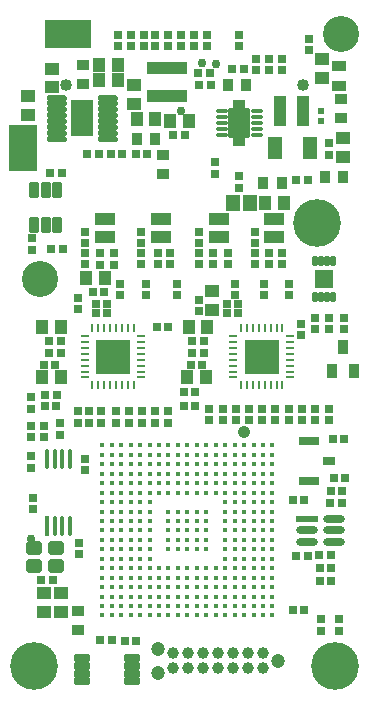
<source format=gts>
G04*
G04 #@! TF.GenerationSoftware,Altium Limited,Altium Designer,21.0.9 (235)*
G04*
G04 Layer_Color=8388736*
%FSLAX25Y25*%
%MOIN*%
G70*
G04*
G04 #@! TF.SameCoordinates,4C2DBE1E-8494-471D-9509-704978DB3033*
G04*
G04*
G04 #@! TF.FilePolarity,Negative*
G04*
G01*
G75*
%ADD34C,0.01575*%
%ADD40R,0.04545X0.05339*%
%ADD43R,0.02362X0.02165*%
G04:AMPARAMS|DCode=44|XSize=65.17mil|YSize=14.99mil|CornerRadius=7.5mil|HoleSize=0mil|Usage=FLASHONLY|Rotation=90.000|XOffset=0mil|YOffset=0mil|HoleType=Round|Shape=RoundedRectangle|*
%AMROUNDEDRECTD44*
21,1,0.06517,0.00000,0,0,90.0*
21,1,0.05018,0.01499,0,0,90.0*
1,1,0.01499,0.00000,0.02509*
1,1,0.01499,0.00000,-0.02509*
1,1,0.01499,0.00000,-0.02509*
1,1,0.01499,0.00000,0.02509*
%
%ADD44ROUNDEDRECTD44*%
%ADD45R,0.01499X0.06517*%
G04:AMPARAMS|DCode=46|XSize=9.84mil|YSize=23.62mil|CornerRadius=1.97mil|HoleSize=0mil|Usage=FLASHONLY|Rotation=180.000|XOffset=0mil|YOffset=0mil|HoleType=Round|Shape=RoundedRectangle|*
%AMROUNDEDRECTD46*
21,1,0.00984,0.01968,0,0,180.0*
21,1,0.00591,0.02362,0,0,180.0*
1,1,0.00394,-0.00295,0.00984*
1,1,0.00394,0.00295,0.00984*
1,1,0.00394,0.00295,-0.00984*
1,1,0.00394,-0.00295,-0.00984*
%
%ADD46ROUNDEDRECTD46*%
G04:AMPARAMS|DCode=47|XSize=23.62mil|YSize=9.84mil|CornerRadius=1.97mil|HoleSize=0mil|Usage=FLASHONLY|Rotation=180.000|XOffset=0mil|YOffset=0mil|HoleType=Round|Shape=RoundedRectangle|*
%AMROUNDEDRECTD47*
21,1,0.02362,0.00591,0,0,180.0*
21,1,0.01968,0.00984,0,0,180.0*
1,1,0.00394,-0.00984,0.00295*
1,1,0.00394,0.00984,0.00295*
1,1,0.00394,0.00984,-0.00295*
1,1,0.00394,-0.00984,-0.00295*
%
%ADD47ROUNDEDRECTD47*%
%ADD52R,0.13386X0.03858*%
%ADD56R,0.07301X0.02410*%
G04:AMPARAMS|DCode=57|XSize=73.01mil|YSize=24.1mil|CornerRadius=12.05mil|HoleSize=0mil|Usage=FLASHONLY|Rotation=0.000|XOffset=0mil|YOffset=0mil|HoleType=Round|Shape=RoundedRectangle|*
%AMROUNDEDRECTD57*
21,1,0.07301,0.00000,0,0,0.0*
21,1,0.04891,0.02410,0,0,0.0*
1,1,0.02410,0.02445,0.00000*
1,1,0.02410,-0.02445,0.00000*
1,1,0.02410,-0.02445,0.00000*
1,1,0.02410,0.02445,0.00000*
%
%ADD57ROUNDEDRECTD57*%
%ADD59R,0.04331X0.03150*%
%ADD60R,0.06693X0.03150*%
%ADD65R,0.02756X0.02913*%
%ADD66R,0.02913X0.02756*%
G04:AMPARAMS|DCode=67|XSize=51.31mil|YSize=47.37mil|CornerRadius=6.36mil|HoleSize=0mil|Usage=FLASHONLY|Rotation=180.000|XOffset=0mil|YOffset=0mil|HoleType=Round|Shape=RoundedRectangle|*
%AMROUNDEDRECTD67*
21,1,0.05131,0.03465,0,0,180.0*
21,1,0.03858,0.04737,0,0,180.0*
1,1,0.01272,-0.01929,0.01732*
1,1,0.01272,0.01929,0.01732*
1,1,0.01272,0.01929,-0.01732*
1,1,0.01272,-0.01929,-0.01732*
%
%ADD67ROUNDEDRECTD67*%
%ADD68R,0.02800X0.02500*%
%ADD69R,0.09200X0.15200*%
%ADD70R,0.15200X0.09200*%
%ADD71R,0.02769X0.02965*%
%ADD72R,0.04540X0.04147*%
%ADD73R,0.04540X0.03753*%
%ADD74C,0.03950*%
%ADD75R,0.02500X0.02800*%
%ADD76R,0.03700X0.05100*%
%ADD77R,0.02965X0.02769*%
%ADD78R,0.04147X0.04540*%
G04:AMPARAMS|DCode=79|XSize=114.17mil|YSize=114.17mil|CornerRadius=1.71mil|HoleSize=0mil|Usage=FLASHONLY|Rotation=180.000|XOffset=0mil|YOffset=0mil|HoleType=Round|Shape=RoundedRectangle|*
%AMROUNDEDRECTD79*
21,1,0.11417,0.11075,0,0,180.0*
21,1,0.11075,0.11417,0,0,180.0*
1,1,0.00343,-0.05537,0.05537*
1,1,0.00343,0.05537,0.05537*
1,1,0.00343,0.05537,-0.05537*
1,1,0.00343,-0.05537,-0.05537*
%
%ADD79ROUNDEDRECTD79*%
G04:AMPARAMS|DCode=80|XSize=70.47mil|YSize=100mil|CornerRadius=4.71mil|HoleSize=0mil|Usage=FLASHONLY|Rotation=0.000|XOffset=0mil|YOffset=0mil|HoleType=Round|Shape=RoundedRectangle|*
%AMROUNDEDRECTD80*
21,1,0.07047,0.09059,0,0,0.0*
21,1,0.06106,0.10000,0,0,0.0*
1,1,0.00941,0.03053,-0.04530*
1,1,0.00941,-0.03053,-0.04530*
1,1,0.00941,-0.03053,0.04530*
1,1,0.00941,0.03053,0.04530*
%
%ADD80ROUNDEDRECTD80*%
G04:AMPARAMS|DCode=81|XSize=16.54mil|YSize=38.98mil|CornerRadius=4.74mil|HoleSize=0mil|Usage=FLASHONLY|Rotation=90.000|XOffset=0mil|YOffset=0mil|HoleType=Round|Shape=RoundedRectangle|*
%AMROUNDEDRECTD81*
21,1,0.01654,0.02950,0,0,90.0*
21,1,0.00706,0.03898,0,0,90.0*
1,1,0.00948,0.01475,0.00353*
1,1,0.00948,0.01475,-0.00353*
1,1,0.00948,-0.01475,-0.00353*
1,1,0.00948,-0.01475,0.00353*
%
%ADD81ROUNDEDRECTD81*%
%ADD82R,0.03753X0.04343*%
%ADD83R,0.04343X0.03753*%
%ADD84R,0.04147X0.09855*%
G04:AMPARAMS|DCode=85|XSize=65.09mil|YSize=19.02mil|CornerRadius=5.38mil|HoleSize=0mil|Usage=FLASHONLY|Rotation=0.000|XOffset=0mil|YOffset=0mil|HoleType=Round|Shape=RoundedRectangle|*
%AMROUNDEDRECTD85*
21,1,0.06509,0.00827,0,0,0.0*
21,1,0.05433,0.01902,0,0,0.0*
1,1,0.01076,0.02717,-0.00413*
1,1,0.01076,-0.02717,-0.00413*
1,1,0.01076,-0.02717,0.00413*
1,1,0.01076,0.02717,0.00413*
%
%ADD85ROUNDEDRECTD85*%
%ADD86R,0.07300X0.12001*%
%ADD87C,0.12000*%
G04:AMPARAMS|DCode=88|XSize=35.95mil|YSize=18.63mil|CornerRadius=7.72mil|HoleSize=0mil|Usage=FLASHONLY|Rotation=270.000|XOffset=0mil|YOffset=0mil|HoleType=Round|Shape=RoundedRectangle|*
%AMROUNDEDRECTD88*
21,1,0.03595,0.00319,0,0,270.0*
21,1,0.02051,0.01863,0,0,270.0*
1,1,0.01544,-0.00160,-0.01026*
1,1,0.01544,-0.00160,0.01026*
1,1,0.01544,0.00160,0.01026*
1,1,0.01544,0.00160,-0.01026*
%
%ADD88ROUNDEDRECTD88*%
%ADD89R,0.06312X0.05918*%
G04:AMPARAMS|DCode=90|XSize=33.59mil|YSize=55.24mil|CornerRadius=5.92mil|HoleSize=0mil|Usage=FLASHONLY|Rotation=180.000|XOffset=0mil|YOffset=0mil|HoleType=Round|Shape=RoundedRectangle|*
%AMROUNDEDRECTD90*
21,1,0.03359,0.04341,0,0,180.0*
21,1,0.02175,0.05524,0,0,180.0*
1,1,0.01184,-0.01088,0.02170*
1,1,0.01184,0.01088,0.02170*
1,1,0.01184,0.01088,-0.02170*
1,1,0.01184,-0.01088,-0.02170*
%
%ADD90ROUNDEDRECTD90*%
G04:AMPARAMS|DCode=91|XSize=25.72mil|YSize=53.28mil|CornerRadius=5.95mil|HoleSize=0mil|Usage=FLASHONLY|Rotation=270.000|XOffset=0mil|YOffset=0mil|HoleType=Round|Shape=RoundedRectangle|*
%AMROUNDEDRECTD91*
21,1,0.02572,0.04138,0,0,270.0*
21,1,0.01382,0.05328,0,0,270.0*
1,1,0.01190,-0.02069,-0.00691*
1,1,0.01190,-0.02069,0.00691*
1,1,0.01190,0.02069,0.00691*
1,1,0.01190,0.02069,-0.00691*
%
%ADD91ROUNDEDRECTD91*%
%ADD92R,0.03359X0.04147*%
%ADD93C,0.04137*%
%ADD94R,0.04964X0.07700*%
%ADD95R,0.03600X0.04200*%
%ADD96R,0.01902X0.03556*%
%ADD97C,0.04737*%
%ADD98C,0.04016*%
%ADD99C,0.15948*%
%ADD100C,0.03000*%
D34*
X32677Y83465D02*
D03*
X35827D02*
D03*
X38976D02*
D03*
X42126D02*
D03*
X45276D02*
D03*
X48425D02*
D03*
X51575D02*
D03*
X54724D02*
D03*
X57874D02*
D03*
X61024D02*
D03*
X64173D02*
D03*
X67323D02*
D03*
X70472D02*
D03*
X73622D02*
D03*
X76772D02*
D03*
X79921D02*
D03*
X83071D02*
D03*
X86221D02*
D03*
X89370D02*
D03*
X32677Y80315D02*
D03*
X35827D02*
D03*
X38976D02*
D03*
X42126D02*
D03*
X45276D02*
D03*
X48425D02*
D03*
X51575D02*
D03*
X54724D02*
D03*
X57874D02*
D03*
X61024D02*
D03*
X64173D02*
D03*
X67323D02*
D03*
X70472D02*
D03*
X73622D02*
D03*
X76772D02*
D03*
X79921D02*
D03*
X83071D02*
D03*
X86221D02*
D03*
X89370D02*
D03*
X32677Y77165D02*
D03*
X35827D02*
D03*
X38976D02*
D03*
X42126D02*
D03*
X45276D02*
D03*
X48425D02*
D03*
X51575D02*
D03*
X54724D02*
D03*
X57874D02*
D03*
X61024D02*
D03*
X64173D02*
D03*
X67323D02*
D03*
X70472D02*
D03*
X73622D02*
D03*
X76772D02*
D03*
X79921D02*
D03*
X83071D02*
D03*
X86221D02*
D03*
X89370D02*
D03*
X32677Y74016D02*
D03*
X35827D02*
D03*
X38976D02*
D03*
X42126D02*
D03*
X45276D02*
D03*
X48425D02*
D03*
X51575D02*
D03*
X54724D02*
D03*
X57874D02*
D03*
X61024D02*
D03*
X64173D02*
D03*
X67323D02*
D03*
X70472D02*
D03*
X73622D02*
D03*
X76772D02*
D03*
X79921D02*
D03*
X83071D02*
D03*
X86221D02*
D03*
X89370D02*
D03*
X32677Y70866D02*
D03*
X35827D02*
D03*
X38976D02*
D03*
X42126D02*
D03*
X45276D02*
D03*
X48425D02*
D03*
X51575D02*
D03*
X54724D02*
D03*
X57874D02*
D03*
X61024D02*
D03*
X64173D02*
D03*
X67323D02*
D03*
X70472D02*
D03*
X73622D02*
D03*
X76772D02*
D03*
X79921D02*
D03*
X83071D02*
D03*
X86221D02*
D03*
X89370D02*
D03*
X32677Y67716D02*
D03*
X35827D02*
D03*
X38976D02*
D03*
X42126D02*
D03*
X45276D02*
D03*
X48425D02*
D03*
X51575D02*
D03*
X54724D02*
D03*
X57874D02*
D03*
X61024D02*
D03*
X64173D02*
D03*
X67323D02*
D03*
X70472D02*
D03*
X73622D02*
D03*
X76772D02*
D03*
X79921D02*
D03*
X83071D02*
D03*
X86221D02*
D03*
X89370D02*
D03*
X32677Y64567D02*
D03*
X35827D02*
D03*
X38976D02*
D03*
X42126D02*
D03*
X45276D02*
D03*
X48425D02*
D03*
X73622D02*
D03*
X76772D02*
D03*
X79921D02*
D03*
X83071D02*
D03*
X86221D02*
D03*
X89370D02*
D03*
X32677Y61417D02*
D03*
X35827D02*
D03*
X38976D02*
D03*
X42126D02*
D03*
X45276D02*
D03*
X48425D02*
D03*
X54724D02*
D03*
X57874D02*
D03*
X61024D02*
D03*
X64173D02*
D03*
X67323D02*
D03*
X73622D02*
D03*
X76772D02*
D03*
X79921D02*
D03*
X83071D02*
D03*
X86221D02*
D03*
X89370D02*
D03*
X32677Y58268D02*
D03*
X35827D02*
D03*
X38976D02*
D03*
X42126D02*
D03*
X45276D02*
D03*
X48425D02*
D03*
X54724D02*
D03*
X57874D02*
D03*
X61024D02*
D03*
X64173D02*
D03*
X67323D02*
D03*
X73622D02*
D03*
X76772D02*
D03*
X79921D02*
D03*
X83071D02*
D03*
X86221D02*
D03*
X89370D02*
D03*
X32677Y55118D02*
D03*
X35827D02*
D03*
X38976D02*
D03*
X42126D02*
D03*
X45276D02*
D03*
X48425D02*
D03*
X54724D02*
D03*
X57874D02*
D03*
X61024D02*
D03*
X64173D02*
D03*
X67323D02*
D03*
X73622D02*
D03*
X76772D02*
D03*
X79921D02*
D03*
X83071D02*
D03*
X86221D02*
D03*
X89370D02*
D03*
X32677Y51968D02*
D03*
X35827D02*
D03*
X38976D02*
D03*
X42126D02*
D03*
X45276D02*
D03*
X48425D02*
D03*
X54724D02*
D03*
X57874D02*
D03*
X61024D02*
D03*
X64173D02*
D03*
X67323D02*
D03*
X73622D02*
D03*
X76772D02*
D03*
X79921D02*
D03*
X83071D02*
D03*
X86221D02*
D03*
X89370D02*
D03*
X32677Y48819D02*
D03*
X35827D02*
D03*
X38976D02*
D03*
X42126D02*
D03*
X45276D02*
D03*
X48425D02*
D03*
X54724D02*
D03*
X57874D02*
D03*
X61024D02*
D03*
X64173D02*
D03*
X67323D02*
D03*
X73622D02*
D03*
X76772D02*
D03*
X79921D02*
D03*
X83071D02*
D03*
X86221D02*
D03*
X89370D02*
D03*
X32677Y45669D02*
D03*
X35827D02*
D03*
X38976D02*
D03*
X42126D02*
D03*
X45276D02*
D03*
X48425D02*
D03*
X73622D02*
D03*
X76772D02*
D03*
X79921D02*
D03*
X83071D02*
D03*
X86221D02*
D03*
X89370D02*
D03*
X32677Y42520D02*
D03*
X35827D02*
D03*
X38976D02*
D03*
X42126D02*
D03*
X45276D02*
D03*
X48425D02*
D03*
X51575D02*
D03*
X54724D02*
D03*
X57874D02*
D03*
X61024D02*
D03*
X64173D02*
D03*
X67323D02*
D03*
X70472D02*
D03*
X73622D02*
D03*
X76772D02*
D03*
X79921D02*
D03*
X83071D02*
D03*
X86221D02*
D03*
X89370D02*
D03*
X32677Y39370D02*
D03*
X35827D02*
D03*
X38976D02*
D03*
X42126D02*
D03*
X45276D02*
D03*
X48425D02*
D03*
X51575D02*
D03*
X54724D02*
D03*
X57874D02*
D03*
X61024D02*
D03*
X64173D02*
D03*
X67323D02*
D03*
X70472D02*
D03*
X73622D02*
D03*
X76772D02*
D03*
X79921D02*
D03*
X83071D02*
D03*
X86221D02*
D03*
X89370D02*
D03*
X32677Y36220D02*
D03*
X35827D02*
D03*
X38976D02*
D03*
X42126D02*
D03*
X45276D02*
D03*
X48425D02*
D03*
X51575D02*
D03*
X54724D02*
D03*
X57874D02*
D03*
X61024D02*
D03*
X64173D02*
D03*
X67323D02*
D03*
X70472D02*
D03*
X73622D02*
D03*
X76772D02*
D03*
X79921D02*
D03*
X83071D02*
D03*
X86221D02*
D03*
X89370D02*
D03*
X32677Y33071D02*
D03*
X35827D02*
D03*
X38976D02*
D03*
X42126D02*
D03*
X45276D02*
D03*
X48425D02*
D03*
X51575D02*
D03*
X54724D02*
D03*
X57874D02*
D03*
X61024D02*
D03*
X64173D02*
D03*
X67323D02*
D03*
X70472D02*
D03*
X73622D02*
D03*
X76772D02*
D03*
X79921D02*
D03*
X83071D02*
D03*
X86221D02*
D03*
X89370D02*
D03*
X32677Y29921D02*
D03*
X35827D02*
D03*
X38976D02*
D03*
X42126D02*
D03*
X45276D02*
D03*
X48425D02*
D03*
X51575D02*
D03*
X54724D02*
D03*
X57874D02*
D03*
X61024D02*
D03*
X64173D02*
D03*
X67323D02*
D03*
X70472D02*
D03*
X73622D02*
D03*
X76772D02*
D03*
X79921D02*
D03*
X83071D02*
D03*
X86221D02*
D03*
X89370D02*
D03*
X32677Y26772D02*
D03*
X35827D02*
D03*
X38976D02*
D03*
X42126D02*
D03*
X45276D02*
D03*
X48425D02*
D03*
X51575D02*
D03*
X54724D02*
D03*
X57874D02*
D03*
X61024D02*
D03*
X64173D02*
D03*
X67323D02*
D03*
X70472D02*
D03*
X73622D02*
D03*
X76772D02*
D03*
X79921D02*
D03*
X83071D02*
D03*
X86221D02*
D03*
X89370D02*
D03*
D40*
X76276Y164173D02*
D03*
X81992D02*
D03*
D43*
X105512Y194980D02*
D03*
Y191634D02*
D03*
D44*
X14272Y78840D02*
D03*
X16831D02*
D03*
X19390D02*
D03*
X21949D02*
D03*
Y56593D02*
D03*
X19390D02*
D03*
X16831D02*
D03*
D45*
X14272D02*
D03*
D46*
X92716Y103543D02*
D03*
X90748D02*
D03*
X88779D02*
D03*
X86811D02*
D03*
X84842D02*
D03*
X82874D02*
D03*
X80905D02*
D03*
X78937D02*
D03*
Y122441D02*
D03*
X80905D02*
D03*
X82874D02*
D03*
X84842D02*
D03*
X86811D02*
D03*
X88779D02*
D03*
X90748D02*
D03*
X92716D02*
D03*
X43110Y103543D02*
D03*
X41142D02*
D03*
X39173D02*
D03*
X37205D02*
D03*
X35236D02*
D03*
X33268D02*
D03*
X31299D02*
D03*
X29331D02*
D03*
Y122441D02*
D03*
X31299D02*
D03*
X33268D02*
D03*
X35236D02*
D03*
X37205D02*
D03*
X39173D02*
D03*
X41142D02*
D03*
X43110D02*
D03*
D47*
X76378Y106102D02*
D03*
Y108071D02*
D03*
Y110039D02*
D03*
Y112008D02*
D03*
Y113976D02*
D03*
Y115945D02*
D03*
Y117913D02*
D03*
Y119882D02*
D03*
X95276D02*
D03*
Y117913D02*
D03*
Y115945D02*
D03*
Y113976D02*
D03*
Y112008D02*
D03*
Y110039D02*
D03*
Y108071D02*
D03*
Y106102D02*
D03*
X26772D02*
D03*
Y108071D02*
D03*
Y110039D02*
D03*
Y112008D02*
D03*
Y113976D02*
D03*
Y115945D02*
D03*
Y117913D02*
D03*
Y119882D02*
D03*
X45669D02*
D03*
Y117913D02*
D03*
Y115945D02*
D03*
Y113976D02*
D03*
Y112008D02*
D03*
Y110039D02*
D03*
Y108071D02*
D03*
Y106102D02*
D03*
D52*
X54331Y209390D02*
D03*
Y200059D02*
D03*
D56*
X100983Y58858D02*
D03*
D57*
Y55118D02*
D03*
Y51378D02*
D03*
X110040D02*
D03*
Y55118D02*
D03*
Y58858D02*
D03*
D59*
X108071Y78347D02*
D03*
D60*
X101575Y85039D02*
D03*
Y71653D02*
D03*
D65*
X16968Y110236D02*
D03*
X13189D02*
D03*
X32010Y18700D02*
D03*
X35790D02*
D03*
X39291Y180709D02*
D03*
X35512D02*
D03*
X33190Y134500D02*
D03*
X29410D02*
D03*
X19090Y174300D02*
D03*
X15310D02*
D03*
X105197Y42520D02*
D03*
X108976D02*
D03*
X97323Y46457D02*
D03*
X101102D02*
D03*
X108740Y68110D02*
D03*
X112520D02*
D03*
X62283Y110236D02*
D03*
X66063D02*
D03*
X109803Y72441D02*
D03*
X113583D02*
D03*
X79843Y209055D02*
D03*
X76063D02*
D03*
X56389Y187019D02*
D03*
X60168D02*
D03*
D66*
X24900Y47110D02*
D03*
Y50890D02*
D03*
X24500Y128910D02*
D03*
Y132690D02*
D03*
X78347Y216614D02*
D03*
Y220394D02*
D03*
X113386Y122126D02*
D03*
Y125906D02*
D03*
X64961Y128110D02*
D03*
Y131890D02*
D03*
X83465Y147559D02*
D03*
Y143780D02*
D03*
Y150866D02*
D03*
Y154646D02*
D03*
X64961Y150866D02*
D03*
Y154646D02*
D03*
Y147559D02*
D03*
Y143780D02*
D03*
X45669Y150866D02*
D03*
Y154646D02*
D03*
Y147559D02*
D03*
Y143780D02*
D03*
X26772Y147559D02*
D03*
Y143780D02*
D03*
Y150866D02*
D03*
Y154646D02*
D03*
X26772Y79055D02*
D03*
Y75276D02*
D03*
X108268Y95591D02*
D03*
Y91811D02*
D03*
X78347Y169370D02*
D03*
Y173150D02*
D03*
D67*
X17081Y49266D02*
D03*
X9994D02*
D03*
X17081Y43360D02*
D03*
X9994D02*
D03*
D68*
X83858Y212330D02*
D03*
Y208530D02*
D03*
X13100Y86200D02*
D03*
Y90000D02*
D03*
X101600Y215200D02*
D03*
Y219000D02*
D03*
X90382Y91801D02*
D03*
Y95601D02*
D03*
X81609Y95601D02*
D03*
Y91801D02*
D03*
X111700Y25522D02*
D03*
Y21722D02*
D03*
X105512Y25522D02*
D03*
Y21722D02*
D03*
X85996Y95601D02*
D03*
Y91801D02*
D03*
X68110Y95601D02*
D03*
Y91801D02*
D03*
X54724Y94813D02*
D03*
Y91013D02*
D03*
X103543Y95601D02*
D03*
Y91801D02*
D03*
X99156Y95601D02*
D03*
Y91801D02*
D03*
X94769Y95601D02*
D03*
Y91801D02*
D03*
X77222Y95601D02*
D03*
Y91801D02*
D03*
X72835Y95601D02*
D03*
Y91801D02*
D03*
X37177Y94813D02*
D03*
Y91013D02*
D03*
X50337Y94813D02*
D03*
Y91013D02*
D03*
X41563Y94813D02*
D03*
Y91013D02*
D03*
X32283Y94813D02*
D03*
Y91013D02*
D03*
X24409Y94813D02*
D03*
Y91013D02*
D03*
X45950Y94813D02*
D03*
Y91013D02*
D03*
X9055Y99538D02*
D03*
Y95738D02*
D03*
X69685Y147687D02*
D03*
Y143887D02*
D03*
X74410Y147687D02*
D03*
Y143887D02*
D03*
X55118Y147687D02*
D03*
Y143887D02*
D03*
X51181Y147569D02*
D03*
Y143769D02*
D03*
X47244Y133533D02*
D03*
Y137333D02*
D03*
X36614Y147452D02*
D03*
Y143652D02*
D03*
X31890Y147452D02*
D03*
Y143652D02*
D03*
X88189Y147569D02*
D03*
Y143769D02*
D03*
X92713Y147569D02*
D03*
Y143769D02*
D03*
X86614Y133533D02*
D03*
Y137333D02*
D03*
X108268Y184184D02*
D03*
Y180384D02*
D03*
X70079Y177884D02*
D03*
Y174084D02*
D03*
X54724Y220404D02*
D03*
Y216604D02*
D03*
X63386Y220404D02*
D03*
Y216604D02*
D03*
X92520Y212330D02*
D03*
Y208530D02*
D03*
X88189Y212330D02*
D03*
Y208530D02*
D03*
X50394Y220404D02*
D03*
Y216604D02*
D03*
X46457Y220404D02*
D03*
Y216604D02*
D03*
X9400Y148700D02*
D03*
Y152500D02*
D03*
X28403Y91013D02*
D03*
Y94813D02*
D03*
X9055Y79853D02*
D03*
Y76053D02*
D03*
X9449Y66073D02*
D03*
Y62273D02*
D03*
X18504Y90876D02*
D03*
Y87076D02*
D03*
X9055Y90000D02*
D03*
Y86200D02*
D03*
X42100Y220400D02*
D03*
Y216600D02*
D03*
X37800Y220400D02*
D03*
Y216600D02*
D03*
X67716Y216604D02*
D03*
Y220404D02*
D03*
X59055D02*
D03*
Y216604D02*
D03*
D69*
X6100Y182600D02*
D03*
D70*
X21400Y220700D02*
D03*
D71*
X40230Y18200D02*
D03*
X43970D02*
D03*
X74114Y127559D02*
D03*
X77854D02*
D03*
X74114Y130709D02*
D03*
X77854D02*
D03*
X50829Y122835D02*
D03*
X54569D02*
D03*
X30413Y130709D02*
D03*
X34154D02*
D03*
X30413Y127559D02*
D03*
X34154D02*
D03*
X99902Y28740D02*
D03*
X96161D02*
D03*
X101083Y172047D02*
D03*
X97342D02*
D03*
X68799Y203543D02*
D03*
X65059D02*
D03*
D72*
X18800Y27950D02*
D03*
Y34250D02*
D03*
X105905Y205947D02*
D03*
Y212246D02*
D03*
X69279Y135039D02*
D03*
Y128740D02*
D03*
X13200Y34250D02*
D03*
Y27950D02*
D03*
X112992Y179528D02*
D03*
Y185827D02*
D03*
X43307Y203543D02*
D03*
Y197244D02*
D03*
X7900Y193550D02*
D03*
Y199850D02*
D03*
X15748Y202756D02*
D03*
Y209055D02*
D03*
D73*
X111417Y203346D02*
D03*
Y210039D02*
D03*
D74*
X66378Y9173D02*
D03*
Y14173D02*
D03*
X81378Y9173D02*
D03*
Y14173D02*
D03*
X86378D02*
D03*
X76378D02*
D03*
X71378D02*
D03*
X61378D02*
D03*
X56378D02*
D03*
Y9173D02*
D03*
X61378D02*
D03*
X71378D02*
D03*
X76378D02*
D03*
X86378D02*
D03*
D75*
X31428Y180709D02*
D03*
X27628D02*
D03*
X66467Y114173D02*
D03*
X62667D02*
D03*
X66467Y118110D02*
D03*
X62667D02*
D03*
X108869Y46850D02*
D03*
X105069D02*
D03*
X108987Y38189D02*
D03*
X105187D02*
D03*
X99932Y65354D02*
D03*
X96131D02*
D03*
X108730Y64117D02*
D03*
X112530D02*
D03*
X109517Y85433D02*
D03*
X113317D02*
D03*
X59911Y101181D02*
D03*
X63711D02*
D03*
X18829Y118110D02*
D03*
X15029D02*
D03*
X18829Y114173D02*
D03*
X15029D02*
D03*
X17300Y96600D02*
D03*
X13500D02*
D03*
X17500Y100400D02*
D03*
X13700D02*
D03*
X68435Y207480D02*
D03*
X64635D02*
D03*
X43769Y180709D02*
D03*
X47569D02*
D03*
X19500Y148800D02*
D03*
X15700D02*
D03*
X12273Y38746D02*
D03*
X16073D02*
D03*
X59911Y96457D02*
D03*
X63711D02*
D03*
D76*
X109252Y108205D02*
D03*
X116732D02*
D03*
X112992Y116205D02*
D03*
D77*
X76878Y137303D02*
D03*
Y133563D02*
D03*
X57480Y137303D02*
D03*
Y133563D02*
D03*
X108268Y125886D02*
D03*
Y122146D02*
D03*
X103543Y125886D02*
D03*
Y122146D02*
D03*
X94882Y137303D02*
D03*
Y133563D02*
D03*
X98819Y120177D02*
D03*
Y123917D02*
D03*
X38583Y133563D02*
D03*
Y137303D02*
D03*
D78*
X18898Y122835D02*
D03*
X12598D02*
D03*
X61417D02*
D03*
X67716D02*
D03*
X61024Y106299D02*
D03*
X67323D02*
D03*
X27250Y139100D02*
D03*
X33550D02*
D03*
X12598Y106299D02*
D03*
X18898D02*
D03*
X55118Y191732D02*
D03*
X61417D02*
D03*
X50394Y192126D02*
D03*
X44094D02*
D03*
X31496Y210236D02*
D03*
X37795D02*
D03*
X31496Y205118D02*
D03*
X37795D02*
D03*
X93307Y164173D02*
D03*
X87008D02*
D03*
D79*
X85827Y112992D02*
D03*
X36220D02*
D03*
D80*
X78347Y190945D02*
D03*
D81*
X72539Y194882D02*
D03*
Y192913D02*
D03*
Y190945D02*
D03*
Y188976D02*
D03*
Y187008D02*
D03*
X84153D02*
D03*
Y188976D02*
D03*
Y190945D02*
D03*
Y192913D02*
D03*
Y194882D02*
D03*
D82*
X80709Y203543D02*
D03*
X74410D02*
D03*
X86221Y170866D02*
D03*
X92520D02*
D03*
X44094Y185433D02*
D03*
X50394D02*
D03*
D83*
X112311Y198933D02*
D03*
Y192634D02*
D03*
X24500Y21950D02*
D03*
Y28250D02*
D03*
X26378Y203937D02*
D03*
Y210236D02*
D03*
X53040Y173830D02*
D03*
Y180129D02*
D03*
D84*
X99508Y194882D02*
D03*
X91831D02*
D03*
D85*
X17480Y199409D02*
D03*
Y197441D02*
D03*
Y195473D02*
D03*
Y193504D02*
D03*
Y191535D02*
D03*
Y189567D02*
D03*
Y187598D02*
D03*
Y185630D02*
D03*
X34488D02*
D03*
Y187598D02*
D03*
Y189567D02*
D03*
Y191535D02*
D03*
Y193504D02*
D03*
Y195473D02*
D03*
Y197441D02*
D03*
Y199409D02*
D03*
D86*
X25984Y192520D02*
D03*
D87*
X112205Y220472D02*
D03*
X11811Y138976D02*
D03*
D88*
X109449Y144843D02*
D03*
X107480D02*
D03*
X105512D02*
D03*
X103543D02*
D03*
Y133071D02*
D03*
X105512D02*
D03*
X107480D02*
D03*
X109449D02*
D03*
D89*
X106496Y138957D02*
D03*
D90*
X10060Y156893D02*
D03*
X13800D02*
D03*
X17540D02*
D03*
Y168507D02*
D03*
X13800D02*
D03*
X10060D02*
D03*
D91*
X25834Y12439D02*
D03*
Y9879D02*
D03*
Y7321D02*
D03*
Y4761D02*
D03*
X42566Y12439D02*
D03*
Y9879D02*
D03*
Y7321D02*
D03*
Y4761D02*
D03*
D92*
X35276Y158780D02*
D03*
X31890D02*
D03*
X35276Y153032D02*
D03*
X31890D02*
D03*
X91732Y158780D02*
D03*
X88346D02*
D03*
X91732Y153032D02*
D03*
X88346D02*
D03*
X73176Y158780D02*
D03*
X69790D02*
D03*
X73176Y153032D02*
D03*
X69790D02*
D03*
X53832Y158780D02*
D03*
X50446D02*
D03*
X53832Y153032D02*
D03*
X50446D02*
D03*
D93*
X79921Y87795D02*
D03*
D94*
X101772Y182677D02*
D03*
X90354D02*
D03*
D95*
X112854Y172835D02*
D03*
X106831D02*
D03*
D96*
X77362Y197047D02*
D03*
X79331D02*
D03*
Y184843D02*
D03*
X77362D02*
D03*
D97*
X91378Y11673D02*
D03*
X51378Y15673D02*
D03*
Y7673D02*
D03*
D98*
X99665Y203425D02*
D03*
X20413D02*
D03*
D99*
X110236Y9843D02*
D03*
X104331Y157480D02*
D03*
X9843Y9843D02*
D03*
D100*
X8900Y52300D02*
D03*
X70600Y210600D02*
D03*
X66000Y210800D02*
D03*
X58800Y195063D02*
D03*
M02*

</source>
